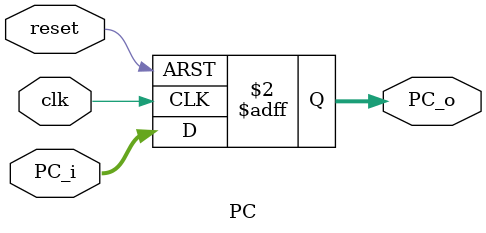
<source format=v>
`timescale 1ns / 1ps
module PC(reset, clk, PC_i, PC_o);
    //Input Clock Signals
    input reset;             
    input clk;
    //Input PC             
    input [31:0] PC_i;
    //Output PC  
    output reg [31:0] PC_o; 

    always@(posedge reset or posedge clk)
    begin
        if(reset) begin
            PC_o <= 0;
        end else begin
            PC_o <= PC_i;
        end 
    end
endmodule
</source>
